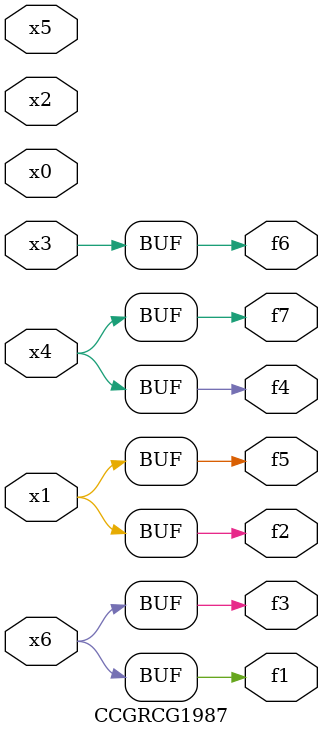
<source format=v>
module CCGRCG1987(
	input x0, x1, x2, x3, x4, x5, x6,
	output f1, f2, f3, f4, f5, f6, f7
);
	assign f1 = x6;
	assign f2 = x1;
	assign f3 = x6;
	assign f4 = x4;
	assign f5 = x1;
	assign f6 = x3;
	assign f7 = x4;
endmodule

</source>
